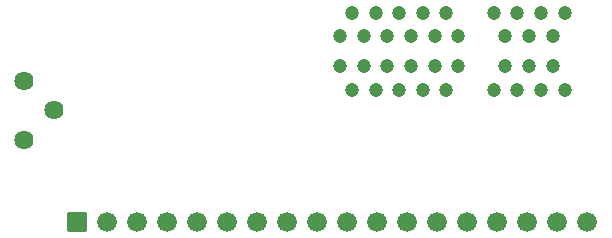
<source format=gts>
G04 Layer: TopSolderMaskLayer*
G04 EasyEDA v6.5.20, 2023-09-17 03:17:05*
G04 a67cddfb3fce44daa9051d46cbbcc19f,10*
G04 Gerber Generator version 0.2*
G04 Scale: 100 percent, Rotated: No, Reflected: No *
G04 Dimensions in millimeters *
G04 leading zeros omitted , absolute positions ,4 integer and 5 decimal *
%FSLAX45Y45*%
%MOMM*%

%AMMACRO1*1,1,$1,$2,$3*1,1,$1,$4,$5*1,1,$1,0-$2,0-$3*1,1,$1,0-$4,0-$5*20,1,$1,$2,$3,$4,$5,0*20,1,$1,$4,$5,0-$2,0-$3,0*20,1,$1,0-$2,0-$3,0-$4,0-$5,0*20,1,$1,0-$4,0-$5,$2,$3,0*4,1,4,$2,$3,$4,$5,0-$2,0-$3,0-$4,0-$5,$2,$3,0*%
%ADD10C,1.2016*%
%ADD11MACRO1,0.1016X-0.7874X-0.7874X-0.7874X0.7874*%
%ADD12C,1.6764*%
%ADD13C,1.6256*%

%LPD*%
D10*
G01*
X4150106Y8674862D03*
G01*
X4350105Y8674862D03*
G01*
X4550105Y8674862D03*
G01*
X4750130Y8674862D03*
G01*
X4950129Y8674862D03*
G01*
X5350129Y8674862D03*
G01*
X5550128Y8674862D03*
G01*
X5750128Y8674862D03*
G01*
X5950127Y8674862D03*
G01*
X4050106Y8874861D03*
G01*
X4250105Y8874861D03*
G01*
X4450105Y8874861D03*
G01*
X4650104Y8874861D03*
G01*
X4850104Y8874861D03*
G01*
X5050104Y8874861D03*
G01*
X5450103Y8874861D03*
G01*
X5650102Y8874861D03*
G01*
X5850102Y8874861D03*
G01*
X5950102Y9324873D03*
G01*
X5850102Y9124873D03*
G01*
X5750102Y9324873D03*
G01*
X5650102Y9124873D03*
G01*
X5550103Y9324873D03*
G01*
X5350103Y9324873D03*
G01*
X5450103Y9124873D03*
G01*
X5050104Y9124873D03*
G01*
X4950104Y9324873D03*
G01*
X4850104Y9124873D03*
G01*
X4750104Y9324873D03*
G01*
X4650104Y9124873D03*
G01*
X4550105Y9324873D03*
G01*
X4450105Y9124873D03*
G01*
X4350105Y9324873D03*
G01*
X4250105Y9124873D03*
G01*
X4150106Y9324873D03*
G01*
X4050106Y9124873D03*
D11*
G01*
X1824888Y7549972D03*
D12*
G01*
X2078888Y7549972D03*
G01*
X2332888Y7549972D03*
G01*
X2586888Y7549972D03*
G01*
X2840888Y7549972D03*
G01*
X3094888Y7549972D03*
G01*
X3348888Y7549972D03*
G01*
X3602888Y7549972D03*
G01*
X3856888Y7549972D03*
G01*
X4110888Y7549972D03*
G01*
X4364888Y7549972D03*
G01*
X4618888Y7549972D03*
G01*
X4872888Y7549972D03*
G01*
X5126888Y7549972D03*
G01*
X5380888Y7549972D03*
G01*
X5634888Y7549972D03*
G01*
X5888888Y7549972D03*
G01*
X6142888Y7549972D03*
D13*
G01*
X1624990Y8499957D03*
G01*
X1375003Y8249970D03*
G01*
X1375003Y8749969D03*
M02*

</source>
